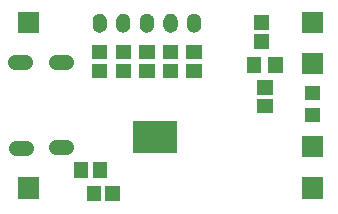
<source format=gbs>
G04 Layer: BottomSolderMaskLayer*
G04 EasyEDA v6.4.7, 2020-12-07T01:06:49--5:00*
G04 5e8349f5503448508ce6795c89dbbb90,9f54a757970e4a3cb0a7e8d24ad546a0,10*
G04 Gerber Generator version 0.2*
G04 Scale: 100 percent, Rotated: No, Reflected: No *
G04 Dimensions in millimeters *
G04 leading zeros omitted , absolute positions ,3 integer and 3 decimal *
%FSLAX33Y33*%
%MOMM*%
G90*
D02*

%ADD33C,1.253211*%

%LPD*%
G54D33*
G01X1676Y12641D02*
G01X876Y12641D01*
G01X5126Y5481D02*
G01X4326Y5481D01*
G01X1726Y5361D02*
G01X926Y5361D01*
G01X5126Y12641D02*
G01X4326Y12641D01*
G36*
G01X15984Y15147D02*
G01X15923Y15152D01*
G01X15867Y15162D01*
G01X15836Y15170D01*
G01X15753Y15200D01*
G01X15725Y15213D01*
G01X15674Y15244D01*
G01X15648Y15261D01*
G01X15626Y15279D01*
G01X15600Y15299D01*
G01X15580Y15320D01*
G01X15557Y15340D01*
G01X15521Y15386D01*
G01X15486Y15437D01*
G01X15471Y15462D01*
G01X15458Y15487D01*
G01X15445Y15515D01*
G01X15435Y15543D01*
G01X15425Y15574D01*
G01X15410Y15630D01*
G01X15405Y15660D01*
G01X15402Y15688D01*
G01X15397Y15749D01*
G01X15397Y15952D01*
G01X16601Y15952D01*
G01X16601Y15719D01*
G01X16598Y15688D01*
G01X16593Y15660D01*
G01X16588Y15630D01*
G01X16583Y15602D01*
G01X16576Y15574D01*
G01X16565Y15543D01*
G01X16553Y15515D01*
G01X16543Y15487D01*
G01X16497Y15411D01*
G01X16479Y15386D01*
G01X16461Y15363D01*
G01X16441Y15340D01*
G01X16421Y15320D01*
G01X16375Y15279D01*
G01X16349Y15261D01*
G01X16327Y15244D01*
G01X16301Y15228D01*
G01X16273Y15213D01*
G01X16245Y15200D01*
G01X16220Y15190D01*
G01X16192Y15180D01*
G01X16162Y15170D01*
G01X16134Y15162D01*
G01X16106Y15157D01*
G01X16075Y15152D01*
G01X16014Y15147D01*
G01X15984Y15147D01*
G37*
G36*
G01X15397Y15947D02*
G01X15397Y16150D01*
G01X15400Y16181D01*
G01X15402Y16209D01*
G01X15405Y16239D01*
G01X15410Y16270D01*
G01X15425Y16326D01*
G01X15435Y16356D01*
G01X15445Y16384D01*
G01X15458Y16412D01*
G01X15471Y16437D01*
G01X15486Y16463D01*
G01X15521Y16514D01*
G01X15557Y16559D01*
G01X15580Y16580D01*
G01X15600Y16600D01*
G01X15626Y16620D01*
G01X15648Y16638D01*
G01X15674Y16656D01*
G01X15699Y16671D01*
G01X15725Y16684D01*
G01X15753Y16699D01*
G01X15836Y16729D01*
G01X15867Y16735D01*
G01X15895Y16742D01*
G01X15923Y16747D01*
G01X15984Y16752D01*
G01X16014Y16752D01*
G01X16075Y16747D01*
G01X16106Y16742D01*
G01X16134Y16735D01*
G01X16162Y16729D01*
G01X16192Y16719D01*
G01X16220Y16709D01*
G01X16245Y16699D01*
G01X16273Y16684D01*
G01X16301Y16671D01*
G01X16327Y16656D01*
G01X16349Y16638D01*
G01X16375Y16620D01*
G01X16421Y16580D01*
G01X16441Y16559D01*
G01X16461Y16536D01*
G01X16479Y16514D01*
G01X16497Y16488D01*
G01X16543Y16412D01*
G01X16553Y16384D01*
G01X16565Y16356D01*
G01X16576Y16326D01*
G01X16583Y16298D01*
G01X16588Y16270D01*
G01X16598Y16209D01*
G01X16601Y16181D01*
G01X16601Y15947D01*
G01X15397Y15947D01*
G37*
G36*
G01X13985Y15147D02*
G01X13924Y15152D01*
G01X13893Y15157D01*
G01X13865Y15162D01*
G01X13837Y15170D01*
G01X13807Y15180D01*
G01X13779Y15190D01*
G01X13754Y15200D01*
G01X13726Y15213D01*
G01X13698Y15228D01*
G01X13672Y15244D01*
G01X13649Y15261D01*
G01X13624Y15279D01*
G01X13578Y15320D01*
G01X13558Y15340D01*
G01X13538Y15363D01*
G01X13520Y15386D01*
G01X13502Y15411D01*
G01X13456Y15487D01*
G01X13446Y15515D01*
G01X13434Y15543D01*
G01X13423Y15574D01*
G01X13416Y15602D01*
G01X13411Y15630D01*
G01X13406Y15660D01*
G01X13401Y15688D01*
G01X13398Y15719D01*
G01X13398Y15952D01*
G01X14602Y15952D01*
G01X14602Y15749D01*
G01X14597Y15688D01*
G01X14594Y15660D01*
G01X14589Y15630D01*
G01X14574Y15574D01*
G01X14564Y15543D01*
G01X14554Y15515D01*
G01X14541Y15487D01*
G01X14528Y15462D01*
G01X14513Y15437D01*
G01X14478Y15386D01*
G01X14442Y15340D01*
G01X14419Y15320D01*
G01X14399Y15299D01*
G01X14373Y15279D01*
G01X14351Y15261D01*
G01X14325Y15244D01*
G01X14274Y15213D01*
G01X14246Y15200D01*
G01X14163Y15170D01*
G01X14132Y15162D01*
G01X14076Y15152D01*
G01X14015Y15147D01*
G01X13985Y15147D01*
G37*
G36*
G01X13398Y15947D02*
G01X13398Y16181D01*
G01X13401Y16209D01*
G01X13411Y16270D01*
G01X13416Y16298D01*
G01X13423Y16326D01*
G01X13434Y16356D01*
G01X13446Y16384D01*
G01X13456Y16412D01*
G01X13502Y16488D01*
G01X13520Y16514D01*
G01X13538Y16536D01*
G01X13558Y16559D01*
G01X13578Y16580D01*
G01X13624Y16620D01*
G01X13649Y16638D01*
G01X13672Y16656D01*
G01X13698Y16671D01*
G01X13726Y16684D01*
G01X13754Y16699D01*
G01X13779Y16709D01*
G01X13807Y16719D01*
G01X13837Y16729D01*
G01X13865Y16735D01*
G01X13893Y16742D01*
G01X13924Y16747D01*
G01X13985Y16752D01*
G01X14015Y16752D01*
G01X14076Y16747D01*
G01X14104Y16742D01*
G01X14132Y16735D01*
G01X14163Y16729D01*
G01X14246Y16699D01*
G01X14274Y16684D01*
G01X14300Y16671D01*
G01X14325Y16656D01*
G01X14351Y16638D01*
G01X14373Y16620D01*
G01X14399Y16600D01*
G01X14419Y16580D01*
G01X14442Y16559D01*
G01X14478Y16514D01*
G01X14513Y16463D01*
G01X14528Y16437D01*
G01X14541Y16412D01*
G01X14554Y16384D01*
G01X14564Y16356D01*
G01X14574Y16326D01*
G01X14589Y16270D01*
G01X14594Y16239D01*
G01X14597Y16209D01*
G01X14599Y16181D01*
G01X14602Y16150D01*
G01X14602Y15947D01*
G01X13398Y15947D01*
G37*
G36*
G01X9984Y15147D02*
G01X9923Y15152D01*
G01X9895Y15157D01*
G01X9865Y15162D01*
G01X9837Y15170D01*
G01X9753Y15200D01*
G01X9725Y15213D01*
G01X9674Y15244D01*
G01X9624Y15279D01*
G01X9601Y15299D01*
G01X9580Y15320D01*
G01X9558Y15340D01*
G01X9540Y15363D01*
G01X9519Y15386D01*
G01X9502Y15411D01*
G01X9471Y15462D01*
G01X9458Y15487D01*
G01X9433Y15543D01*
G01X9425Y15574D01*
G01X9415Y15602D01*
G01X9410Y15630D01*
G01X9405Y15660D01*
G01X9400Y15688D01*
G01X9398Y15719D01*
G01X9398Y15952D01*
G01X10601Y15952D01*
G01X10601Y15719D01*
G01X10599Y15688D01*
G01X10594Y15660D01*
G01X10589Y15630D01*
G01X10584Y15602D01*
G01X10574Y15574D01*
G01X10566Y15543D01*
G01X10541Y15487D01*
G01X10528Y15462D01*
G01X10497Y15411D01*
G01X10480Y15386D01*
G01X10459Y15363D01*
G01X10441Y15340D01*
G01X10419Y15320D01*
G01X10398Y15299D01*
G01X10375Y15279D01*
G01X10325Y15244D01*
G01X10274Y15213D01*
G01X10246Y15200D01*
G01X10218Y15190D01*
G01X10193Y15180D01*
G01X10162Y15170D01*
G01X10134Y15162D01*
G01X10104Y15157D01*
G01X10076Y15152D01*
G01X10015Y15147D01*
G01X9984Y15147D01*
G37*
G36*
G01X9398Y15947D02*
G01X9398Y16181D01*
G01X9400Y16209D01*
G01X9410Y16270D01*
G01X9415Y16298D01*
G01X9425Y16326D01*
G01X9433Y16356D01*
G01X9458Y16412D01*
G01X9471Y16437D01*
G01X9502Y16488D01*
G01X9519Y16514D01*
G01X9540Y16536D01*
G01X9558Y16559D01*
G01X9580Y16580D01*
G01X9601Y16600D01*
G01X9624Y16620D01*
G01X9649Y16638D01*
G01X9672Y16656D01*
G01X9700Y16671D01*
G01X9725Y16684D01*
G01X9753Y16699D01*
G01X9837Y16729D01*
G01X9865Y16735D01*
G01X9895Y16742D01*
G01X9923Y16747D01*
G01X9984Y16752D01*
G01X10015Y16752D01*
G01X10076Y16747D01*
G01X10104Y16742D01*
G01X10134Y16735D01*
G01X10162Y16729D01*
G01X10193Y16719D01*
G01X10218Y16709D01*
G01X10246Y16699D01*
G01X10274Y16684D01*
G01X10299Y16671D01*
G01X10325Y16656D01*
G01X10375Y16620D01*
G01X10398Y16600D01*
G01X10419Y16580D01*
G01X10441Y16559D01*
G01X10459Y16536D01*
G01X10480Y16514D01*
G01X10497Y16488D01*
G01X10528Y16437D01*
G01X10541Y16412D01*
G01X10566Y16356D01*
G01X10574Y16326D01*
G01X10584Y16298D01*
G01X10589Y16270D01*
G01X10599Y16209D01*
G01X10601Y16181D01*
G01X10601Y15947D01*
G01X9398Y15947D01*
G37*
G36*
G01X11986Y15147D02*
G01X11953Y15150D01*
G01X11922Y15152D01*
G01X11866Y15162D01*
G01X11838Y15170D01*
G01X11808Y15180D01*
G01X11752Y15200D01*
G01X11724Y15213D01*
G01X11673Y15244D01*
G01X11648Y15261D01*
G01X11625Y15279D01*
G01X11579Y15320D01*
G01X11559Y15340D01*
G01X11539Y15363D01*
G01X11521Y15386D01*
G01X11485Y15437D01*
G01X11470Y15462D01*
G01X11457Y15487D01*
G01X11445Y15515D01*
G01X11435Y15543D01*
G01X11424Y15574D01*
G01X11409Y15630D01*
G01X11404Y15660D01*
G01X11402Y15688D01*
G01X11399Y15719D01*
G01X11399Y15952D01*
G01X12600Y15952D01*
G01X12600Y15719D01*
G01X12598Y15688D01*
G01X12595Y15660D01*
G01X12590Y15630D01*
G01X12575Y15574D01*
G01X12565Y15543D01*
G01X12555Y15515D01*
G01X12542Y15487D01*
G01X12527Y15462D01*
G01X12514Y15437D01*
G01X12479Y15386D01*
G01X12461Y15363D01*
G01X12440Y15340D01*
G01X12420Y15320D01*
G01X12374Y15279D01*
G01X12352Y15261D01*
G01X12326Y15244D01*
G01X12275Y15213D01*
G01X12245Y15200D01*
G01X12219Y15190D01*
G01X12192Y15180D01*
G01X12161Y15170D01*
G01X12133Y15162D01*
G01X12105Y15157D01*
G01X12075Y15152D01*
G01X12014Y15147D01*
G01X11986Y15147D01*
G37*
G36*
G01X11399Y15947D02*
G01X11399Y16181D01*
G01X11402Y16209D01*
G01X11404Y16239D01*
G01X11409Y16270D01*
G01X11424Y16326D01*
G01X11435Y16356D01*
G01X11445Y16384D01*
G01X11457Y16412D01*
G01X11470Y16437D01*
G01X11485Y16463D01*
G01X11521Y16514D01*
G01X11539Y16536D01*
G01X11559Y16559D01*
G01X11579Y16580D01*
G01X11625Y16620D01*
G01X11648Y16638D01*
G01X11673Y16656D01*
G01X11699Y16671D01*
G01X11724Y16684D01*
G01X11752Y16699D01*
G01X11808Y16719D01*
G01X11838Y16729D01*
G01X11866Y16735D01*
G01X11894Y16742D01*
G01X11922Y16747D01*
G01X11953Y16750D01*
G01X11986Y16752D01*
G01X12014Y16752D01*
G01X12075Y16747D01*
G01X12105Y16742D01*
G01X12133Y16735D01*
G01X12161Y16729D01*
G01X12192Y16719D01*
G01X12219Y16709D01*
G01X12245Y16699D01*
G01X12301Y16671D01*
G01X12326Y16656D01*
G01X12352Y16638D01*
G01X12374Y16620D01*
G01X12420Y16580D01*
G01X12440Y16559D01*
G01X12461Y16536D01*
G01X12479Y16514D01*
G01X12514Y16463D01*
G01X12527Y16437D01*
G01X12542Y16412D01*
G01X12555Y16384D01*
G01X12565Y16356D01*
G01X12575Y16326D01*
G01X12590Y16270D01*
G01X12595Y16239D01*
G01X12598Y16209D01*
G01X12600Y16181D01*
G01X12600Y15947D01*
G01X11399Y15947D01*
G37*
G36*
G01X7985Y15147D02*
G01X7924Y15152D01*
G01X7894Y15157D01*
G01X7866Y15162D01*
G01X7838Y15170D01*
G01X7807Y15180D01*
G01X7780Y15190D01*
G01X7754Y15200D01*
G01X7724Y15213D01*
G01X7673Y15244D01*
G01X7647Y15261D01*
G01X7625Y15279D01*
G01X7579Y15320D01*
G01X7559Y15340D01*
G01X7538Y15363D01*
G01X7520Y15386D01*
G01X7485Y15437D01*
G01X7472Y15462D01*
G01X7457Y15487D01*
G01X7444Y15515D01*
G01X7434Y15543D01*
G01X7424Y15574D01*
G01X7409Y15630D01*
G01X7404Y15660D01*
G01X7401Y15688D01*
G01X7399Y15719D01*
G01X7399Y15952D01*
G01X8600Y15952D01*
G01X8600Y15719D01*
G01X8597Y15688D01*
G01X8595Y15660D01*
G01X8590Y15630D01*
G01X8575Y15574D01*
G01X8564Y15543D01*
G01X8554Y15515D01*
G01X8542Y15487D01*
G01X8529Y15462D01*
G01X8514Y15437D01*
G01X8478Y15386D01*
G01X8460Y15363D01*
G01X8440Y15340D01*
G01X8420Y15320D01*
G01X8374Y15279D01*
G01X8351Y15261D01*
G01X8326Y15244D01*
G01X8275Y15213D01*
G01X8247Y15200D01*
G01X8191Y15180D01*
G01X8161Y15170D01*
G01X8133Y15162D01*
G01X8077Y15152D01*
G01X8046Y15150D01*
G01X8013Y15147D01*
G01X7985Y15147D01*
G37*
G36*
G01X7399Y15947D02*
G01X7399Y16181D01*
G01X7401Y16209D01*
G01X7404Y16239D01*
G01X7409Y16270D01*
G01X7424Y16326D01*
G01X7434Y16356D01*
G01X7444Y16384D01*
G01X7457Y16412D01*
G01X7472Y16437D01*
G01X7485Y16463D01*
G01X7520Y16514D01*
G01X7538Y16536D01*
G01X7559Y16559D01*
G01X7579Y16580D01*
G01X7625Y16620D01*
G01X7647Y16638D01*
G01X7673Y16656D01*
G01X7698Y16671D01*
G01X7754Y16699D01*
G01X7780Y16709D01*
G01X7807Y16719D01*
G01X7838Y16729D01*
G01X7866Y16735D01*
G01X7894Y16742D01*
G01X7924Y16747D01*
G01X7985Y16752D01*
G01X8013Y16752D01*
G01X8046Y16750D01*
G01X8077Y16747D01*
G01X8105Y16742D01*
G01X8133Y16735D01*
G01X8161Y16729D01*
G01X8191Y16719D01*
G01X8247Y16699D01*
G01X8275Y16684D01*
G01X8300Y16671D01*
G01X8326Y16656D01*
G01X8351Y16638D01*
G01X8374Y16620D01*
G01X8420Y16580D01*
G01X8440Y16559D01*
G01X8460Y16536D01*
G01X8478Y16514D01*
G01X8514Y16463D01*
G01X8529Y16437D01*
G01X8542Y16412D01*
G01X8554Y16384D01*
G01X8564Y16356D01*
G01X8575Y16326D01*
G01X8590Y16270D01*
G01X8595Y16239D01*
G01X8597Y16209D01*
G01X8600Y16181D01*
G01X8600Y15947D01*
G01X7399Y15947D01*
G37*
G36*
G01X10848Y4949D02*
G01X10848Y7652D01*
G01X14551Y7652D01*
G01X14551Y4949D01*
G01X10848Y4949D01*
G37*
G36*
G01X25097Y11599D02*
G01X25097Y13402D01*
G01X26901Y13402D01*
G01X26901Y11599D01*
G01X25097Y11599D01*
G37*
G36*
G01X25097Y15099D02*
G01X25097Y16902D01*
G01X26901Y16902D01*
G01X26901Y15099D01*
G01X25097Y15099D01*
G37*
G36*
G01X25097Y4598D02*
G01X25097Y6402D01*
G01X26901Y6402D01*
G01X26901Y4598D01*
G01X25097Y4598D01*
G37*
G36*
G01X25097Y1098D02*
G01X25097Y2902D01*
G01X26901Y2902D01*
G01X26901Y1098D01*
G01X25097Y1098D01*
G37*
G36*
G01X1097Y15099D02*
G01X1097Y16902D01*
G01X2900Y16902D01*
G01X2900Y15099D01*
G01X1097Y15099D01*
G37*
G36*
G01X1097Y1098D02*
G01X1097Y2902D01*
G01X2900Y2902D01*
G01X2900Y1098D01*
G01X1097Y1098D01*
G37*
G36*
G01X21348Y8297D02*
G01X21348Y9501D01*
G01X22651Y9501D01*
G01X22651Y8297D01*
G01X21348Y8297D01*
G37*
G36*
G01X21348Y9897D02*
G01X21348Y11101D01*
G01X22651Y11101D01*
G01X22651Y9897D01*
G01X21348Y9897D01*
G37*
G36*
G01X8498Y847D02*
G01X8498Y2150D01*
G01X9702Y2150D01*
G01X9702Y847D01*
G01X8498Y847D01*
G37*
G36*
G01X6898Y847D02*
G01X6898Y2150D01*
G01X8102Y2150D01*
G01X8102Y847D01*
G01X6898Y847D01*
G37*
G36*
G01X7399Y2848D02*
G01X7399Y4151D01*
G01X8602Y4151D01*
G01X8602Y2848D01*
G01X7399Y2848D01*
G37*
G36*
G01X5798Y2848D02*
G01X5798Y4151D01*
G01X7002Y4151D01*
G01X7002Y2848D01*
G01X5798Y2848D01*
G37*
G36*
G01X15349Y11299D02*
G01X15349Y12500D01*
G01X16652Y12500D01*
G01X16652Y11299D01*
G01X15349Y11299D01*
G37*
G36*
G01X15349Y12897D02*
G01X15349Y14101D01*
G01X16652Y14101D01*
G01X16652Y12897D01*
G01X15349Y12897D01*
G37*
G36*
G01X9347Y11299D02*
G01X9347Y12500D01*
G01X10652Y12500D01*
G01X10652Y11299D01*
G01X9347Y11299D01*
G37*
G36*
G01X9347Y12897D02*
G01X9347Y14101D01*
G01X10652Y14101D01*
G01X10652Y12897D01*
G01X9347Y12897D01*
G37*
G36*
G01X7348Y11299D02*
G01X7348Y12500D01*
G01X8651Y12500D01*
G01X8651Y11299D01*
G01X7348Y11299D01*
G37*
G36*
G01X7348Y12897D02*
G01X7348Y14101D01*
G01X8651Y14101D01*
G01X8651Y12897D01*
G01X7348Y12897D01*
G37*
G36*
G01X21048Y13798D02*
G01X21048Y15000D01*
G01X22352Y15000D01*
G01X22352Y13798D01*
G01X21048Y13798D01*
G37*
G36*
G01X21048Y15399D02*
G01X21048Y16600D01*
G01X22352Y16600D01*
G01X22352Y15399D01*
G01X21048Y15399D01*
G37*
G36*
G01X11348Y11299D02*
G01X11348Y12500D01*
G01X12651Y12500D01*
G01X12651Y11299D01*
G01X11348Y11299D01*
G37*
G36*
G01X11348Y12897D02*
G01X11348Y14101D01*
G01X12651Y14101D01*
G01X12651Y12897D01*
G01X11348Y12897D01*
G37*
G36*
G01X13347Y11299D02*
G01X13347Y12500D01*
G01X14650Y12500D01*
G01X14650Y11299D01*
G01X13347Y11299D01*
G37*
G36*
G01X13347Y12897D02*
G01X13347Y14101D01*
G01X14650Y14101D01*
G01X14650Y12897D01*
G01X13347Y12897D01*
G37*
G36*
G01X25349Y7598D02*
G01X25349Y8802D01*
G01X26652Y8802D01*
G01X26652Y7598D01*
G01X25349Y7598D01*
G37*
G36*
G01X25349Y9399D02*
G01X25349Y10600D01*
G01X26652Y10600D01*
G01X26652Y9399D01*
G01X25349Y9399D01*
G37*
G36*
G01X20497Y11749D02*
G01X20497Y13052D01*
G01X21701Y13052D01*
G01X21701Y11749D01*
G01X20497Y11749D01*
G37*
G36*
G01X22298Y11749D02*
G01X22298Y13052D01*
G01X23502Y13052D01*
G01X23502Y11749D01*
G01X22298Y11749D01*
G37*
M00*
M02*

</source>
